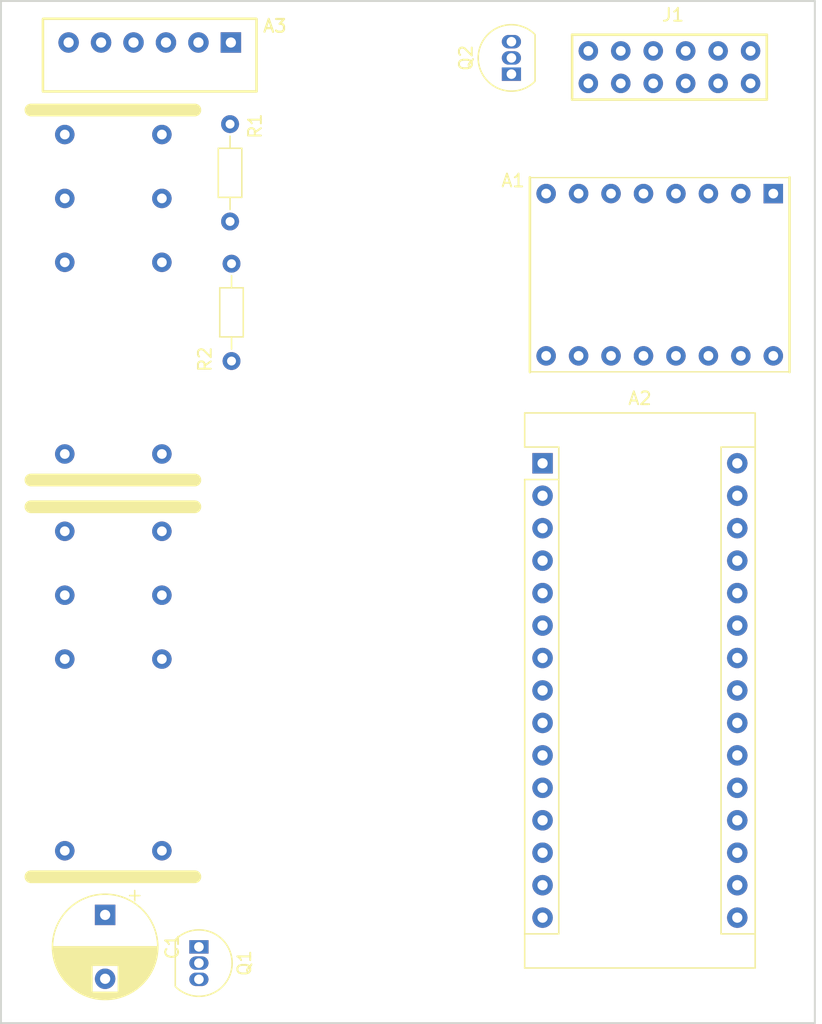
<source format=kicad_pcb>
(kicad_pcb (version 20171130) (host pcbnew 5.0.0+dfsg1-2~bpo9+1)

  (general
    (thickness 1.6)
    (drawings 4)
    (tracks 0)
    (zones 0)
    (modules 11)
    (nets 48)
  )

  (page A4)
  (layers
    (0 F.Cu signal)
    (31 B.Cu signal)
    (32 B.Adhes user)
    (33 F.Adhes user)
    (34 B.Paste user)
    (35 F.Paste user)
    (36 B.SilkS user)
    (37 F.SilkS user)
    (38 B.Mask user)
    (39 F.Mask user)
    (40 Dwgs.User user)
    (41 Cmts.User user)
    (42 Eco1.User user)
    (43 Eco2.User user)
    (44 Edge.Cuts user)
    (45 Margin user)
    (46 B.CrtYd user)
    (47 F.CrtYd user)
    (48 B.Fab user)
    (49 F.Fab user)
  )

  (setup
    (last_trace_width 0.762)
    (user_trace_width 0.254)
    (user_trace_width 0.762)
    (user_trace_width 1.524)
    (trace_clearance 0.2)
    (zone_clearance 0.508)
    (zone_45_only no)
    (trace_min 0.2)
    (segment_width 0.2)
    (edge_width 0.15)
    (via_size 0.8)
    (via_drill 0.4)
    (via_min_size 0.4)
    (via_min_drill 0.3)
    (uvia_size 0.3)
    (uvia_drill 0.1)
    (uvias_allowed no)
    (uvia_min_size 0.2)
    (uvia_min_drill 0.1)
    (pcb_text_width 0.3)
    (pcb_text_size 1.5 1.5)
    (mod_edge_width 0.15)
    (mod_text_size 1 1)
    (mod_text_width 0.15)
    (pad_size 1.524 1.524)
    (pad_drill 0.762)
    (pad_to_mask_clearance 0.2)
    (aux_axis_origin 0 0)
    (visible_elements FFFFFFFF)
    (pcbplotparams
      (layerselection 0x010fc_ffffffff)
      (usegerberextensions false)
      (usegerberattributes false)
      (usegerberadvancedattributes false)
      (creategerberjobfile false)
      (excludeedgelayer true)
      (linewidth 0.100000)
      (plotframeref false)
      (viasonmask false)
      (mode 1)
      (useauxorigin false)
      (hpglpennumber 1)
      (hpglpenspeed 20)
      (hpglpendiameter 15.000000)
      (psnegative false)
      (psa4output false)
      (plotreference true)
      (plotvalue true)
      (plotinvisibletext false)
      (padsonsilk false)
      (subtractmaskfromsilk false)
      (outputformat 1)
      (mirror false)
      (drillshape 1)
      (scaleselection 1)
      (outputdirectory ""))
  )

  (net 0 "")
  (net 1 /GND)
  (net 2 /VCC)
  (net 3 /1B)
  (net 4 /1A)
  (net 5 /2A)
  (net 6 /2B)
  (net 7 /VDD)
  (net 8 "Net-(A1-Pad9)")
  (net 9 /MS1_D4)
  (net 10 /MS2_D3)
  (net 11 /MS3_D5)
  (net 12 /RST_D6)
  (net 13 /STEP_D9)
  (net 14 /DIR_D8)
  (net 15 "Net-(A2-Pad1)")
  (net 16 "Net-(A2-Pad17)")
  (net 17 "Net-(A2-Pad2)")
  (net 18 "Net-(A2-Pad18)")
  (net 19 "Net-(A2-Pad3)")
  (net 20 "Net-(A2-Pad19)")
  (net 21 "Net-(A2-Pad20)")
  (net 22 /ENHC05_D2)
  (net 23 "Net-(A2-Pad21)")
  (net 24 "Net-(A2-Pad22)")
  (net 25 "Net-(A2-Pad23)")
  (net 26 "Net-(A2-Pad24)")
  (net 27 "Net-(A2-Pad25)")
  (net 28 /SHUTTERFLASH_D7)
  (net 29 "Net-(A2-Pad26)")
  (net 30 "Net-(A2-Pad28)")
  (net 31 /TXD_D10)
  (net 32 /RXD_D11)
  (net 33 /SHUTTERCAM_D12)
  (net 34 /ENDSTOP_D13)
  (net 35 "Net-(A3-Pad1)")
  (net 36 /SHUTTERFLASH)
  (net 37 /RTN_FLASH)
  (net 38 /RTN_CAM)
  (net 39 /SHUTTERCAM)
  (net 40 "Net-(K1-Pad4)")
  (net 41 "Net-(K1-Pad3)")
  (net 42 /COLECT_CAM)
  (net 43 /COLECT_FLASH)
  (net 44 "Net-(K2-Pad3)")
  (net 45 "Net-(K2-Pad4)")
  (net 46 "Net-(Q1-Pad2)")
  (net 47 "Net-(Q2-Pad2)")

  (net_class Default "Esta es la clase de red por defecto."
    (clearance 0.2)
    (trace_width 0.25)
    (via_dia 0.8)
    (via_drill 0.4)
    (uvia_dia 0.3)
    (uvia_drill 0.1)
    (add_net /1A)
    (add_net /1B)
    (add_net /2A)
    (add_net /2B)
    (add_net /COLECT_CAM)
    (add_net /COLECT_FLASH)
    (add_net /DIR_D8)
    (add_net /ENDSTOP_D13)
    (add_net /ENHC05_D2)
    (add_net /GND)
    (add_net /MS1_D4)
    (add_net /MS2_D3)
    (add_net /MS3_D5)
    (add_net /RST_D6)
    (add_net /RTN_CAM)
    (add_net /RTN_FLASH)
    (add_net /RXD_D11)
    (add_net /SHUTTERCAM)
    (add_net /SHUTTERCAM_D12)
    (add_net /SHUTTERFLASH)
    (add_net /SHUTTERFLASH_D7)
    (add_net /STEP_D9)
    (add_net /TXD_D10)
    (add_net /VCC)
    (add_net /VDD)
    (add_net "Net-(A1-Pad9)")
    (add_net "Net-(A2-Pad1)")
    (add_net "Net-(A2-Pad17)")
    (add_net "Net-(A2-Pad18)")
    (add_net "Net-(A2-Pad19)")
    (add_net "Net-(A2-Pad2)")
    (add_net "Net-(A2-Pad20)")
    (add_net "Net-(A2-Pad21)")
    (add_net "Net-(A2-Pad22)")
    (add_net "Net-(A2-Pad23)")
    (add_net "Net-(A2-Pad24)")
    (add_net "Net-(A2-Pad25)")
    (add_net "Net-(A2-Pad26)")
    (add_net "Net-(A2-Pad28)")
    (add_net "Net-(A2-Pad3)")
    (add_net "Net-(A3-Pad1)")
    (add_net "Net-(K1-Pad3)")
    (add_net "Net-(K1-Pad4)")
    (add_net "Net-(K2-Pad3)")
    (add_net "Net-(K2-Pad4)")
    (add_net "Net-(Q1-Pad2)")
    (add_net "Net-(Q2-Pad2)")
  )

  (module Drivers:A4988 (layer F.Cu) (tedit 5CCC7C1E) (tstamp 5CF40C9F)
    (at 167.4241 74.3585 180)
    (path /5CE69C62)
    (fp_text reference A1 (at 11.4808 7.366 180) (layer F.SilkS)
      (effects (font (size 1 1) (thickness 0.15)))
    )
    (fp_text value A4988 (at 0 10.16 180) (layer F.Fab)
      (effects (font (size 1 1) (thickness 0.15)))
    )
    (fp_line (start 10.15 7.6) (end 10.15 -7.6) (layer F.Fab) (width 0.1016))
    (fp_line (start -10.15 7.6) (end -10.15 -7.6) (layer F.Fab) (width 0.1016))
    (fp_line (start 10.15 -7.6) (end -10.15 -7.6) (layer F.SilkS) (width 0.1016))
    (fp_line (start 10.15 7.6) (end -10.15 7.6) (layer F.SilkS) (width 0.1016))
    (fp_line (start -10.16 7.62) (end -10.16 -7.62) (layer F.SilkS) (width 0.2032))
    (fp_line (start 10.16 7.62) (end 10.16 -7.62) (layer F.SilkS) (width 0.2032))
    (pad 1 thru_hole rect (at -8.89 6.35 180) (size 1.524 1.524) (drill oval 0.762) (layers *.Cu *.Mask)
      (net 1 /GND))
    (pad 2 thru_hole circle (at -6.35 6.35 180) (size 1.524 1.524) (drill 0.762) (layers *.Cu *.Mask)
      (net 2 /VCC))
    (pad 3 thru_hole circle (at -3.81 6.35 180) (size 1.524 1.524) (drill 0.762) (layers *.Cu *.Mask)
      (net 3 /1B))
    (pad 4 thru_hole circle (at -1.27 6.35 180) (size 1.524 1.524) (drill 0.762) (layers *.Cu *.Mask)
      (net 4 /1A))
    (pad 5 thru_hole circle (at 1.27 6.35 180) (size 1.524 1.524) (drill 0.762) (layers *.Cu *.Mask)
      (net 5 /2A))
    (pad 6 thru_hole circle (at 3.81 6.35 180) (size 1.524 1.524) (drill 0.762) (layers *.Cu *.Mask)
      (net 6 /2B))
    (pad 7 thru_hole circle (at 6.35 6.35 180) (size 1.524 1.524) (drill 0.762) (layers *.Cu *.Mask)
      (net 1 /GND))
    (pad 8 thru_hole circle (at 8.89 6.35 180) (size 1.524 1.524) (drill 0.762) (layers *.Cu *.Mask)
      (net 7 /VDD))
    (pad 9 thru_hole circle (at 8.89 -6.35 180) (size 1.524 1.524) (drill 0.762) (layers *.Cu *.Mask)
      (net 8 "Net-(A1-Pad9)"))
    (pad 10 thru_hole circle (at 6.35 -6.35 180) (size 1.524 1.524) (drill 0.762) (layers *.Cu *.Mask)
      (net 9 /MS1_D4))
    (pad 11 thru_hole circle (at 3.81 -6.35 180) (size 1.524 1.524) (drill 0.762) (layers *.Cu *.Mask)
      (net 10 /MS2_D3))
    (pad 12 thru_hole circle (at 1.27 -6.35 180) (size 1.524 1.524) (drill 0.762) (layers *.Cu *.Mask)
      (net 11 /MS3_D5))
    (pad 13 thru_hole circle (at -1.27 -6.35 180) (size 1.524 1.524) (drill 0.762) (layers *.Cu *.Mask)
      (net 12 /RST_D6))
    (pad 14 thru_hole circle (at -3.81 -6.35 180) (size 1.524 1.524) (drill 0.762) (layers *.Cu *.Mask)
      (net 12 /RST_D6))
    (pad 15 thru_hole circle (at -6.35 -6.35 180) (size 1.524 1.524) (drill 0.762) (layers *.Cu *.Mask)
      (net 13 /STEP_D9))
    (pad 16 thru_hole circle (at -8.89 -6.35 180) (size 1.524 1.524) (drill 0.762) (layers *.Cu *.Mask)
      (net 14 /DIR_D8))
  )

  (module Module:Arduino_Nano (layer F.Cu) (tedit 58ACAF70) (tstamp 5CF40CDC)
    (at 158.2547 89.1159)
    (descr "Arduino Nano, http://www.mouser.com/pdfdocs/Gravitech_Arduino_Nano3_0.pdf")
    (tags "Arduino Nano")
    (path /5CE6A2C6)
    (fp_text reference A2 (at 7.62 -5.08) (layer F.SilkS)
      (effects (font (size 1 1) (thickness 0.15)))
    )
    (fp_text value Arduino_Nano_v3.x (at 8.89 19.05 90) (layer F.Fab)
      (effects (font (size 1 1) (thickness 0.15)))
    )
    (fp_text user %R (at 6.35 19.05 90) (layer F.Fab)
      (effects (font (size 1 1) (thickness 0.15)))
    )
    (fp_line (start 1.27 1.27) (end 1.27 -1.27) (layer F.SilkS) (width 0.12))
    (fp_line (start 1.27 -1.27) (end -1.4 -1.27) (layer F.SilkS) (width 0.12))
    (fp_line (start -1.4 1.27) (end -1.4 39.5) (layer F.SilkS) (width 0.12))
    (fp_line (start -1.4 -3.94) (end -1.4 -1.27) (layer F.SilkS) (width 0.12))
    (fp_line (start 13.97 -1.27) (end 16.64 -1.27) (layer F.SilkS) (width 0.12))
    (fp_line (start 13.97 -1.27) (end 13.97 36.83) (layer F.SilkS) (width 0.12))
    (fp_line (start 13.97 36.83) (end 16.64 36.83) (layer F.SilkS) (width 0.12))
    (fp_line (start 1.27 1.27) (end -1.4 1.27) (layer F.SilkS) (width 0.12))
    (fp_line (start 1.27 1.27) (end 1.27 36.83) (layer F.SilkS) (width 0.12))
    (fp_line (start 1.27 36.83) (end -1.4 36.83) (layer F.SilkS) (width 0.12))
    (fp_line (start 3.81 31.75) (end 11.43 31.75) (layer F.Fab) (width 0.1))
    (fp_line (start 11.43 31.75) (end 11.43 41.91) (layer F.Fab) (width 0.1))
    (fp_line (start 11.43 41.91) (end 3.81 41.91) (layer F.Fab) (width 0.1))
    (fp_line (start 3.81 41.91) (end 3.81 31.75) (layer F.Fab) (width 0.1))
    (fp_line (start -1.4 39.5) (end 16.64 39.5) (layer F.SilkS) (width 0.12))
    (fp_line (start 16.64 39.5) (end 16.64 -3.94) (layer F.SilkS) (width 0.12))
    (fp_line (start 16.64 -3.94) (end -1.4 -3.94) (layer F.SilkS) (width 0.12))
    (fp_line (start 16.51 39.37) (end -1.27 39.37) (layer F.Fab) (width 0.1))
    (fp_line (start -1.27 39.37) (end -1.27 -2.54) (layer F.Fab) (width 0.1))
    (fp_line (start -1.27 -2.54) (end 0 -3.81) (layer F.Fab) (width 0.1))
    (fp_line (start 0 -3.81) (end 16.51 -3.81) (layer F.Fab) (width 0.1))
    (fp_line (start 16.51 -3.81) (end 16.51 39.37) (layer F.Fab) (width 0.1))
    (fp_line (start -1.53 -4.06) (end 16.75 -4.06) (layer F.CrtYd) (width 0.05))
    (fp_line (start -1.53 -4.06) (end -1.53 42.16) (layer F.CrtYd) (width 0.05))
    (fp_line (start 16.75 42.16) (end 16.75 -4.06) (layer F.CrtYd) (width 0.05))
    (fp_line (start 16.75 42.16) (end -1.53 42.16) (layer F.CrtYd) (width 0.05))
    (pad 1 thru_hole rect (at 0 0) (size 1.6 1.6) (drill 0.8) (layers *.Cu *.Mask)
      (net 15 "Net-(A2-Pad1)"))
    (pad 17 thru_hole oval (at 15.24 33.02) (size 1.6 1.6) (drill 0.8) (layers *.Cu *.Mask)
      (net 16 "Net-(A2-Pad17)"))
    (pad 2 thru_hole oval (at 0 2.54) (size 1.6 1.6) (drill 0.8) (layers *.Cu *.Mask)
      (net 17 "Net-(A2-Pad2)"))
    (pad 18 thru_hole oval (at 15.24 30.48) (size 1.6 1.6) (drill 0.8) (layers *.Cu *.Mask)
      (net 18 "Net-(A2-Pad18)"))
    (pad 3 thru_hole oval (at 0 5.08) (size 1.6 1.6) (drill 0.8) (layers *.Cu *.Mask)
      (net 19 "Net-(A2-Pad3)"))
    (pad 19 thru_hole oval (at 15.24 27.94) (size 1.6 1.6) (drill 0.8) (layers *.Cu *.Mask)
      (net 20 "Net-(A2-Pad19)"))
    (pad 4 thru_hole oval (at 0 7.62) (size 1.6 1.6) (drill 0.8) (layers *.Cu *.Mask)
      (net 1 /GND))
    (pad 20 thru_hole oval (at 15.24 25.4) (size 1.6 1.6) (drill 0.8) (layers *.Cu *.Mask)
      (net 21 "Net-(A2-Pad20)"))
    (pad 5 thru_hole oval (at 0 10.16) (size 1.6 1.6) (drill 0.8) (layers *.Cu *.Mask)
      (net 22 /ENHC05_D2))
    (pad 21 thru_hole oval (at 15.24 22.86) (size 1.6 1.6) (drill 0.8) (layers *.Cu *.Mask)
      (net 23 "Net-(A2-Pad21)"))
    (pad 6 thru_hole oval (at 0 12.7) (size 1.6 1.6) (drill 0.8) (layers *.Cu *.Mask)
      (net 10 /MS2_D3))
    (pad 22 thru_hole oval (at 15.24 20.32) (size 1.6 1.6) (drill 0.8) (layers *.Cu *.Mask)
      (net 24 "Net-(A2-Pad22)"))
    (pad 7 thru_hole oval (at 0 15.24) (size 1.6 1.6) (drill 0.8) (layers *.Cu *.Mask)
      (net 9 /MS1_D4))
    (pad 23 thru_hole oval (at 15.24 17.78) (size 1.6 1.6) (drill 0.8) (layers *.Cu *.Mask)
      (net 25 "Net-(A2-Pad23)"))
    (pad 8 thru_hole oval (at 0 17.78) (size 1.6 1.6) (drill 0.8) (layers *.Cu *.Mask)
      (net 11 /MS3_D5))
    (pad 24 thru_hole oval (at 15.24 15.24) (size 1.6 1.6) (drill 0.8) (layers *.Cu *.Mask)
      (net 26 "Net-(A2-Pad24)"))
    (pad 9 thru_hole oval (at 0 20.32) (size 1.6 1.6) (drill 0.8) (layers *.Cu *.Mask)
      (net 12 /RST_D6))
    (pad 25 thru_hole oval (at 15.24 12.7) (size 1.6 1.6) (drill 0.8) (layers *.Cu *.Mask)
      (net 27 "Net-(A2-Pad25)"))
    (pad 10 thru_hole oval (at 0 22.86) (size 1.6 1.6) (drill 0.8) (layers *.Cu *.Mask)
      (net 28 /SHUTTERFLASH_D7))
    (pad 26 thru_hole oval (at 15.24 10.16) (size 1.6 1.6) (drill 0.8) (layers *.Cu *.Mask)
      (net 29 "Net-(A2-Pad26)"))
    (pad 11 thru_hole oval (at 0 25.4) (size 1.6 1.6) (drill 0.8) (layers *.Cu *.Mask)
      (net 14 /DIR_D8))
    (pad 27 thru_hole oval (at 15.24 7.62) (size 1.6 1.6) (drill 0.8) (layers *.Cu *.Mask)
      (net 2 /VCC))
    (pad 12 thru_hole oval (at 0 27.94) (size 1.6 1.6) (drill 0.8) (layers *.Cu *.Mask)
      (net 13 /STEP_D9))
    (pad 28 thru_hole oval (at 15.24 5.08) (size 1.6 1.6) (drill 0.8) (layers *.Cu *.Mask)
      (net 30 "Net-(A2-Pad28)"))
    (pad 13 thru_hole oval (at 0 30.48) (size 1.6 1.6) (drill 0.8) (layers *.Cu *.Mask)
      (net 31 /TXD_D10))
    (pad 29 thru_hole oval (at 15.24 2.54) (size 1.6 1.6) (drill 0.8) (layers *.Cu *.Mask)
      (net 1 /GND))
    (pad 14 thru_hole oval (at 0 33.02) (size 1.6 1.6) (drill 0.8) (layers *.Cu *.Mask)
      (net 32 /RXD_D11))
    (pad 30 thru_hole oval (at 15.24 0) (size 1.6 1.6) (drill 0.8) (layers *.Cu *.Mask)
      (net 7 /VDD))
    (pad 15 thru_hole oval (at 0 35.56) (size 1.6 1.6) (drill 0.8) (layers *.Cu *.Mask)
      (net 33 /SHUTTERCAM_D12))
    (pad 16 thru_hole oval (at 15.24 35.56) (size 1.6 1.6) (drill 0.8) (layers *.Cu *.Mask)
      (net 34 /ENDSTOP_D13))
    (model ${KISYS3DMOD}/Module.3dshapes/Arduino_Nano_WithMountingHoles.wrl
      (at (xyz 0 0 0))
      (scale (xyz 1 1 1))
      (rotate (xyz 0 0 0))
    )
  )

  (module Bluetooth:HC-05 (layer F.Cu) (tedit 5CE7B153) (tstamp 5CF40CEE)
    (at 127.508 57.5564 180)
    (tags Bluetooth)
    (path /5CE69D65)
    (fp_text reference A3 (at -9.7917 2.667 180) (layer F.SilkS)
      (effects (font (size 1 1) (thickness 0.17)))
    )
    (fp_text value HC-05 (at -9.3853 -1.2319 270) (layer F.Fab)
      (effects (font (size 1 1) (thickness 0.17)))
    )
    (fp_line (start -8 2.871) (end 8 2.871) (layer F.Fab) (width 0.12))
    (fp_line (start 8 -2.129) (end 8 2.871) (layer F.Fab) (width 0.12))
    (fp_line (start -8 -2.129) (end -8 2.871) (layer F.Fab) (width 0.12))
    (fp_line (start -8 -2.129) (end 8 -2.129) (layer F.Fab) (width 0.12))
    (fp_line (start -8.33 -2.459) (end 8.33 -2.459) (layer F.SilkS) (width 0.2))
    (fp_line (start -8.36 -2.459) (end -8.36 3.201) (layer F.SilkS) (width 0.2))
    (fp_line (start 8.36 -2.459) (end 8.36 3.201) (layer F.SilkS) (width 0.2))
    (fp_line (start -8.33 3.231) (end 8.33 3.231) (layer F.SilkS) (width 0.2))
    (pad 1 thru_hole rect (at -6.35 1.371 180) (size 1.6 1.6) (drill 0.8) (layers *.Cu *.Mask)
      (net 35 "Net-(A3-Pad1)"))
    (pad 2 thru_hole oval (at -3.81 1.371 180) (size 1.6 1.6) (drill 0.8) (layers *.Cu *.Mask)
      (net 32 /RXD_D11))
    (pad 3 thru_hole oval (at -1.27 1.371 180) (size 1.6 1.6) (drill 0.8) (layers *.Cu *.Mask)
      (net 31 /TXD_D10))
    (pad 4 thru_hole oval (at 1.27 1.371 180) (size 1.6 1.6) (drill 0.8) (layers *.Cu *.Mask)
      (net 1 /GND))
    (pad 5 thru_hole oval (at 3.81 1.371 180) (size 1.6 1.6) (drill 0.8) (layers *.Cu *.Mask)
      (net 2 /VCC))
    (pad 6 thru_hole oval (at 6.35 1.371 180) (size 1.6 1.6) (drill 0.8) (layers *.Cu *.Mask)
      (net 22 /ENHC05_D2))
  )

  (module Capacitor_THT:CP_Radial_D8.0mm_P5.00mm (layer F.Cu) (tedit 5AE50EF0) (tstamp 5CF40D97)
    (at 124.0155 124.46 270)
    (descr "CP, Radial series, Radial, pin pitch=5.00mm, , diameter=8mm, Electrolytic Capacitor")
    (tags "CP Radial series Radial pin pitch 5.00mm  diameter 8mm Electrolytic Capacitor")
    (path /5CE6C5B5)
    (fp_text reference C1 (at 2.5 -5.25 270) (layer F.SilkS)
      (effects (font (size 1 1) (thickness 0.15)))
    )
    (fp_text value C (at 2.5 5.25 270) (layer F.Fab)
      (effects (font (size 1 1) (thickness 0.15)))
    )
    (fp_circle (center 2.5 0) (end 6.5 0) (layer F.Fab) (width 0.1))
    (fp_circle (center 2.5 0) (end 6.62 0) (layer F.SilkS) (width 0.12))
    (fp_circle (center 2.5 0) (end 6.75 0) (layer F.CrtYd) (width 0.05))
    (fp_line (start -0.926759 -1.7475) (end -0.126759 -1.7475) (layer F.Fab) (width 0.1))
    (fp_line (start -0.526759 -2.1475) (end -0.526759 -1.3475) (layer F.Fab) (width 0.1))
    (fp_line (start 2.5 -4.08) (end 2.5 4.08) (layer F.SilkS) (width 0.12))
    (fp_line (start 2.54 -4.08) (end 2.54 4.08) (layer F.SilkS) (width 0.12))
    (fp_line (start 2.58 -4.08) (end 2.58 4.08) (layer F.SilkS) (width 0.12))
    (fp_line (start 2.62 -4.079) (end 2.62 4.079) (layer F.SilkS) (width 0.12))
    (fp_line (start 2.66 -4.077) (end 2.66 4.077) (layer F.SilkS) (width 0.12))
    (fp_line (start 2.7 -4.076) (end 2.7 4.076) (layer F.SilkS) (width 0.12))
    (fp_line (start 2.74 -4.074) (end 2.74 4.074) (layer F.SilkS) (width 0.12))
    (fp_line (start 2.78 -4.071) (end 2.78 4.071) (layer F.SilkS) (width 0.12))
    (fp_line (start 2.82 -4.068) (end 2.82 4.068) (layer F.SilkS) (width 0.12))
    (fp_line (start 2.86 -4.065) (end 2.86 4.065) (layer F.SilkS) (width 0.12))
    (fp_line (start 2.9 -4.061) (end 2.9 4.061) (layer F.SilkS) (width 0.12))
    (fp_line (start 2.94 -4.057) (end 2.94 4.057) (layer F.SilkS) (width 0.12))
    (fp_line (start 2.98 -4.052) (end 2.98 4.052) (layer F.SilkS) (width 0.12))
    (fp_line (start 3.02 -4.048) (end 3.02 4.048) (layer F.SilkS) (width 0.12))
    (fp_line (start 3.06 -4.042) (end 3.06 4.042) (layer F.SilkS) (width 0.12))
    (fp_line (start 3.1 -4.037) (end 3.1 4.037) (layer F.SilkS) (width 0.12))
    (fp_line (start 3.14 -4.03) (end 3.14 4.03) (layer F.SilkS) (width 0.12))
    (fp_line (start 3.18 -4.024) (end 3.18 4.024) (layer F.SilkS) (width 0.12))
    (fp_line (start 3.221 -4.017) (end 3.221 4.017) (layer F.SilkS) (width 0.12))
    (fp_line (start 3.261 -4.01) (end 3.261 4.01) (layer F.SilkS) (width 0.12))
    (fp_line (start 3.301 -4.002) (end 3.301 4.002) (layer F.SilkS) (width 0.12))
    (fp_line (start 3.341 -3.994) (end 3.341 3.994) (layer F.SilkS) (width 0.12))
    (fp_line (start 3.381 -3.985) (end 3.381 3.985) (layer F.SilkS) (width 0.12))
    (fp_line (start 3.421 -3.976) (end 3.421 3.976) (layer F.SilkS) (width 0.12))
    (fp_line (start 3.461 -3.967) (end 3.461 3.967) (layer F.SilkS) (width 0.12))
    (fp_line (start 3.501 -3.957) (end 3.501 3.957) (layer F.SilkS) (width 0.12))
    (fp_line (start 3.541 -3.947) (end 3.541 3.947) (layer F.SilkS) (width 0.12))
    (fp_line (start 3.581 -3.936) (end 3.581 3.936) (layer F.SilkS) (width 0.12))
    (fp_line (start 3.621 -3.925) (end 3.621 3.925) (layer F.SilkS) (width 0.12))
    (fp_line (start 3.661 -3.914) (end 3.661 3.914) (layer F.SilkS) (width 0.12))
    (fp_line (start 3.701 -3.902) (end 3.701 3.902) (layer F.SilkS) (width 0.12))
    (fp_line (start 3.741 -3.889) (end 3.741 3.889) (layer F.SilkS) (width 0.12))
    (fp_line (start 3.781 -3.877) (end 3.781 3.877) (layer F.SilkS) (width 0.12))
    (fp_line (start 3.821 -3.863) (end 3.821 3.863) (layer F.SilkS) (width 0.12))
    (fp_line (start 3.861 -3.85) (end 3.861 3.85) (layer F.SilkS) (width 0.12))
    (fp_line (start 3.901 -3.835) (end 3.901 3.835) (layer F.SilkS) (width 0.12))
    (fp_line (start 3.941 -3.821) (end 3.941 3.821) (layer F.SilkS) (width 0.12))
    (fp_line (start 3.981 -3.805) (end 3.981 -1.04) (layer F.SilkS) (width 0.12))
    (fp_line (start 3.981 1.04) (end 3.981 3.805) (layer F.SilkS) (width 0.12))
    (fp_line (start 4.021 -3.79) (end 4.021 -1.04) (layer F.SilkS) (width 0.12))
    (fp_line (start 4.021 1.04) (end 4.021 3.79) (layer F.SilkS) (width 0.12))
    (fp_line (start 4.061 -3.774) (end 4.061 -1.04) (layer F.SilkS) (width 0.12))
    (fp_line (start 4.061 1.04) (end 4.061 3.774) (layer F.SilkS) (width 0.12))
    (fp_line (start 4.101 -3.757) (end 4.101 -1.04) (layer F.SilkS) (width 0.12))
    (fp_line (start 4.101 1.04) (end 4.101 3.757) (layer F.SilkS) (width 0.12))
    (fp_line (start 4.141 -3.74) (end 4.141 -1.04) (layer F.SilkS) (width 0.12))
    (fp_line (start 4.141 1.04) (end 4.141 3.74) (layer F.SilkS) (width 0.12))
    (fp_line (start 4.181 -3.722) (end 4.181 -1.04) (layer F.SilkS) (width 0.12))
    (fp_line (start 4.181 1.04) (end 4.181 3.722) (layer F.SilkS) (width 0.12))
    (fp_line (start 4.221 -3.704) (end 4.221 -1.04) (layer F.SilkS) (width 0.12))
    (fp_line (start 4.221 1.04) (end 4.221 3.704) (layer F.SilkS) (width 0.12))
    (fp_line (start 4.261 -3.686) (end 4.261 -1.04) (layer F.SilkS) (width 0.12))
    (fp_line (start 4.261 1.04) (end 4.261 3.686) (layer F.SilkS) (width 0.12))
    (fp_line (start 4.301 -3.666) (end 4.301 -1.04) (layer F.SilkS) (width 0.12))
    (fp_line (start 4.301 1.04) (end 4.301 3.666) (layer F.SilkS) (width 0.12))
    (fp_line (start 4.341 -3.647) (end 4.341 -1.04) (layer F.SilkS) (width 0.12))
    (fp_line (start 4.341 1.04) (end 4.341 3.647) (layer F.SilkS) (width 0.12))
    (fp_line (start 4.381 -3.627) (end 4.381 -1.04) (layer F.SilkS) (width 0.12))
    (fp_line (start 4.381 1.04) (end 4.381 3.627) (layer F.SilkS) (width 0.12))
    (fp_line (start 4.421 -3.606) (end 4.421 -1.04) (layer F.SilkS) (width 0.12))
    (fp_line (start 4.421 1.04) (end 4.421 3.606) (layer F.SilkS) (width 0.12))
    (fp_line (start 4.461 -3.584) (end 4.461 -1.04) (layer F.SilkS) (width 0.12))
    (fp_line (start 4.461 1.04) (end 4.461 3.584) (layer F.SilkS) (width 0.12))
    (fp_line (start 4.501 -3.562) (end 4.501 -1.04) (layer F.SilkS) (width 0.12))
    (fp_line (start 4.501 1.04) (end 4.501 3.562) (layer F.SilkS) (width 0.12))
    (fp_line (start 4.541 -3.54) (end 4.541 -1.04) (layer F.SilkS) (width 0.12))
    (fp_line (start 4.541 1.04) (end 4.541 3.54) (layer F.SilkS) (width 0.12))
    (fp_line (start 4.581 -3.517) (end 4.581 -1.04) (layer F.SilkS) (width 0.12))
    (fp_line (start 4.581 1.04) (end 4.581 3.517) (layer F.SilkS) (width 0.12))
    (fp_line (start 4.621 -3.493) (end 4.621 -1.04) (layer F.SilkS) (width 0.12))
    (fp_line (start 4.621 1.04) (end 4.621 3.493) (layer F.SilkS) (width 0.12))
    (fp_line (start 4.661 -3.469) (end 4.661 -1.04) (layer F.SilkS) (width 0.12))
    (fp_line (start 4.661 1.04) (end 4.661 3.469) (layer F.SilkS) (width 0.12))
    (fp_line (start 4.701 -3.444) (end 4.701 -1.04) (layer F.SilkS) (width 0.12))
    (fp_line (start 4.701 1.04) (end 4.701 3.444) (layer F.SilkS) (width 0.12))
    (fp_line (start 4.741 -3.418) (end 4.741 -1.04) (layer F.SilkS) (width 0.12))
    (fp_line (start 4.741 1.04) (end 4.741 3.418) (layer F.SilkS) (width 0.12))
    (fp_line (start 4.781 -3.392) (end 4.781 -1.04) (layer F.SilkS) (width 0.12))
    (fp_line (start 4.781 1.04) (end 4.781 3.392) (layer F.SilkS) (width 0.12))
    (fp_line (start 4.821 -3.365) (end 4.821 -1.04) (layer F.SilkS) (width 0.12))
    (fp_line (start 4.821 1.04) (end 4.821 3.365) (layer F.SilkS) (width 0.12))
    (fp_line (start 4.861 -3.338) (end 4.861 -1.04) (layer F.SilkS) (width 0.12))
    (fp_line (start 4.861 1.04) (end 4.861 3.338) (layer F.SilkS) (width 0.12))
    (fp_line (start 4.901 -3.309) (end 4.901 -1.04) (layer F.SilkS) (width 0.12))
    (fp_line (start 4.901 1.04) (end 4.901 3.309) (layer F.SilkS) (width 0.12))
    (fp_line (start 4.941 -3.28) (end 4.941 -1.04) (layer F.SilkS) (width 0.12))
    (fp_line (start 4.941 1.04) (end 4.941 3.28) (layer F.SilkS) (width 0.12))
    (fp_line (start 4.981 -3.25) (end 4.981 -1.04) (layer F.SilkS) (width 0.12))
    (fp_line (start 4.981 1.04) (end 4.981 3.25) (layer F.SilkS) (width 0.12))
    (fp_line (start 5.021 -3.22) (end 5.021 -1.04) (layer F.SilkS) (width 0.12))
    (fp_line (start 5.021 1.04) (end 5.021 3.22) (layer F.SilkS) (width 0.12))
    (fp_line (start 5.061 -3.189) (end 5.061 -1.04) (layer F.SilkS) (width 0.12))
    (fp_line (start 5.061 1.04) (end 5.061 3.189) (layer F.SilkS) (width 0.12))
    (fp_line (start 5.101 -3.156) (end 5.101 -1.04) (layer F.SilkS) (width 0.12))
    (fp_line (start 5.101 1.04) (end 5.101 3.156) (layer F.SilkS) (width 0.12))
    (fp_line (start 5.141 -3.124) (end 5.141 -1.04) (layer F.SilkS) (width 0.12))
    (fp_line (start 5.141 1.04) (end 5.141 3.124) (layer F.SilkS) (width 0.12))
    (fp_line (start 5.181 -3.09) (end 5.181 -1.04) (layer F.SilkS) (width 0.12))
    (fp_line (start 5.181 1.04) (end 5.181 3.09) (layer F.SilkS) (width 0.12))
    (fp_line (start 5.221 -3.055) (end 5.221 -1.04) (layer F.SilkS) (width 0.12))
    (fp_line (start 5.221 1.04) (end 5.221 3.055) (layer F.SilkS) (width 0.12))
    (fp_line (start 5.261 -3.019) (end 5.261 -1.04) (layer F.SilkS) (width 0.12))
    (fp_line (start 5.261 1.04) (end 5.261 3.019) (layer F.SilkS) (width 0.12))
    (fp_line (start 5.301 -2.983) (end 5.301 -1.04) (layer F.SilkS) (width 0.12))
    (fp_line (start 5.301 1.04) (end 5.301 2.983) (layer F.SilkS) (width 0.12))
    (fp_line (start 5.341 -2.945) (end 5.341 -1.04) (layer F.SilkS) (width 0.12))
    (fp_line (start 5.341 1.04) (end 5.341 2.945) (layer F.SilkS) (width 0.12))
    (fp_line (start 5.381 -2.907) (end 5.381 -1.04) (layer F.SilkS) (width 0.12))
    (fp_line (start 5.381 1.04) (end 5.381 2.907) (layer F.SilkS) (width 0.12))
    (fp_line (start 5.421 -2.867) (end 5.421 -1.04) (layer F.SilkS) (width 0.12))
    (fp_line (start 5.421 1.04) (end 5.421 2.867) (layer F.SilkS) (width 0.12))
    (fp_line (start 5.461 -2.826) (end 5.461 -1.04) (layer F.SilkS) (width 0.12))
    (fp_line (start 5.461 1.04) (end 5.461 2.826) (layer F.SilkS) (width 0.12))
    (fp_line (start 5.501 -2.784) (end 5.501 -1.04) (layer F.SilkS) (width 0.12))
    (fp_line (start 5.501 1.04) (end 5.501 2.784) (layer F.SilkS) (width 0.12))
    (fp_line (start 5.541 -2.741) (end 5.541 -1.04) (layer F.SilkS) (width 0.12))
    (fp_line (start 5.541 1.04) (end 5.541 2.741) (layer F.SilkS) (width 0.12))
    (fp_line (start 5.581 -2.697) (end 5.581 -1.04) (layer F.SilkS) (width 0.12))
    (fp_line (start 5.581 1.04) (end 5.581 2.697) (layer F.SilkS) (width 0.12))
    (fp_line (start 5.621 -2.651) (end 5.621 -1.04) (layer F.SilkS) (width 0.12))
    (fp_line (start 5.621 1.04) (end 5.621 2.651) (layer F.SilkS) (width 0.12))
    (fp_line (start 5.661 -2.604) (end 5.661 -1.04) (layer F.SilkS) (width 0.12))
    (fp_line (start 5.661 1.04) (end 5.661 2.604) (layer F.SilkS) (width 0.12))
    (fp_line (start 5.701 -2.556) (end 5.701 -1.04) (layer F.SilkS) (width 0.12))
    (fp_line (start 5.701 1.04) (end 5.701 2.556) (layer F.SilkS) (width 0.12))
    (fp_line (start 5.741 -2.505) (end 5.741 -1.04) (layer F.SilkS) (width 0.12))
    (fp_line (start 5.741 1.04) (end 5.741 2.505) (layer F.SilkS) (width 0.12))
    (fp_line (start 5.781 -2.454) (end 5.781 -1.04) (layer F.SilkS) (width 0.12))
    (fp_line (start 5.781 1.04) (end 5.781 2.454) (layer F.SilkS) (width 0.12))
    (fp_line (start 5.821 -2.4) (end 5.821 -1.04) (layer F.SilkS) (width 0.12))
    (fp_line (start 5.821 1.04) (end 5.821 2.4) (layer F.SilkS) (width 0.12))
    (fp_line (start 5.861 -2.345) (end 5.861 -1.04) (layer F.SilkS) (width 0.12))
    (fp_line (start 5.861 1.04) (end 5.861 2.345) (layer F.SilkS) (width 0.12))
    (fp_line (start 5.901 -2.287) (end 5.901 -1.04) (layer F.SilkS) (width 0.12))
    (fp_line (start 5.901 1.04) (end 5.901 2.287) (layer F.SilkS) (width 0.12))
    (fp_line (start 5.941 -2.228) (end 5.941 -1.04) (layer F.SilkS) (width 0.12))
    (fp_line (start 5.941 1.04) (end 5.941 2.228) (layer F.SilkS) (width 0.12))
    (fp_line (start 5.981 -2.166) (end 5.981 -1.04) (layer F.SilkS) (width 0.12))
    (fp_line (start 5.981 1.04) (end 5.981 2.166) (layer F.SilkS) (width 0.12))
    (fp_line (start 6.021 -2.102) (end 6.021 -1.04) (layer F.SilkS) (width 0.12))
    (fp_line (start 6.021 1.04) (end 6.021 2.102) (layer F.SilkS) (width 0.12))
    (fp_line (start 6.061 -2.034) (end 6.061 2.034) (layer F.SilkS) (width 0.12))
    (fp_line (start 6.101 -1.964) (end 6.101 1.964) (layer F.SilkS) (width 0.12))
    (fp_line (start 6.141 -1.89) (end 6.141 1.89) (layer F.SilkS) (width 0.12))
    (fp_line (start 6.181 -1.813) (end 6.181 1.813) (layer F.SilkS) (width 0.12))
    (fp_line (start 6.221 -1.731) (end 6.221 1.731) (layer F.SilkS) (width 0.12))
    (fp_line (start 6.261 -1.645) (end 6.261 1.645) (layer F.SilkS) (width 0.12))
    (fp_line (start 6.301 -1.552) (end 6.301 1.552) (layer F.SilkS) (width 0.12))
    (fp_line (start 6.341 -1.453) (end 6.341 1.453) (layer F.SilkS) (width 0.12))
    (fp_line (start 6.381 -1.346) (end 6.381 1.346) (layer F.SilkS) (width 0.12))
    (fp_line (start 6.421 -1.229) (end 6.421 1.229) (layer F.SilkS) (width 0.12))
    (fp_line (start 6.461 -1.098) (end 6.461 1.098) (layer F.SilkS) (width 0.12))
    (fp_line (start 6.501 -0.948) (end 6.501 0.948) (layer F.SilkS) (width 0.12))
    (fp_line (start 6.541 -0.768) (end 6.541 0.768) (layer F.SilkS) (width 0.12))
    (fp_line (start 6.581 -0.533) (end 6.581 0.533) (layer F.SilkS) (width 0.12))
    (fp_line (start -1.909698 -2.315) (end -1.109698 -2.315) (layer F.SilkS) (width 0.12))
    (fp_line (start -1.509698 -2.715) (end -1.509698 -1.915) (layer F.SilkS) (width 0.12))
    (fp_text user %R (at 2.5 0 270) (layer F.Fab)
      (effects (font (size 1 1) (thickness 0.15)))
    )
    (pad 1 thru_hole rect (at 0 0 270) (size 1.6 1.6) (drill 0.8) (layers *.Cu *.Mask)
      (net 7 /VDD))
    (pad 2 thru_hole circle (at 5 0 270) (size 1.6 1.6) (drill 0.8) (layers *.Cu *.Mask)
      (net 1 /GND))
    (model ${KISYS3DMOD}/Capacitor_THT.3dshapes/CP_Radial_D8.0mm_P5.00mm.wrl
      (at (xyz 0 0 0))
      (scale (xyz 1 1 1))
      (rotate (xyz 0 0 0))
    )
  )

  (module "Conectores:2x16 2.54" (layer F.Cu) (tedit 5CCC9659) (tstamp 5CF40DAF)
    (at 168.1861 58.1152 180)
    (path /5CE69F2E)
    (fp_text reference J1 (at -0.2794 4.0894 180) (layer F.SilkS)
      (effects (font (size 1 1) (thickness 0.15)))
    )
    (fp_text value Conn_02x06_Counter_Clockwise (at 0 -4.826 180) (layer F.Fab)
      (effects (font (size 1 1) (thickness 0.15)))
    )
    (fp_line (start -7.62 -2.54) (end 7.62 -2.54) (layer F.SilkS) (width 0.2))
    (fp_line (start 7.62 -2.54) (end 7.62 2.54) (layer F.SilkS) (width 0.2))
    (fp_line (start 7.62 2.54) (end -7.62 2.54) (layer F.SilkS) (width 0.2))
    (fp_line (start -7.62 2.54) (end -7.62 -2.54) (layer F.SilkS) (width 0.2))
    (fp_line (start -8.128 -3.048) (end 8.128 -3.048) (layer F.Fab) (width 0.2))
    (fp_line (start 8.128 -3.048) (end 8.128 3.048) (layer F.Fab) (width 0.2))
    (fp_line (start 8.128 3.048) (end -8.128 3.048) (layer F.Fab) (width 0.2))
    (fp_line (start -8.128 3.048) (end -8.128 -3.048) (layer F.Fab) (width 0.2))
    (pad 1 thru_hole circle (at -6.35 -1.27 180) (size 1.524 1.524) (drill 0.762) (layers *.Cu *.Mask)
      (net 4 /1A))
    (pad 2 thru_hole circle (at -3.81 -1.27 180) (size 1.524 1.524) (drill 0.762) (layers *.Cu *.Mask)
      (net 3 /1B))
    (pad 3 thru_hole circle (at -1.27 -1.27 180) (size 1.524 1.524) (drill 0.762) (layers *.Cu *.Mask)
      (net 5 /2A))
    (pad 4 thru_hole circle (at 1.27 -1.27 180) (size 1.524 1.524) (drill 0.762) (layers *.Cu *.Mask)
      (net 6 /2B))
    (pad 5 thru_hole circle (at 3.81 -1.27 180) (size 1.524 1.524) (drill 0.762) (layers *.Cu *.Mask)
      (net 36 /SHUTTERFLASH))
    (pad 6 thru_hole circle (at 6.35 -1.27 180) (size 1.524 1.524) (drill 0.762) (layers *.Cu *.Mask)
      (net 37 /RTN_FLASH))
    (pad 8 thru_hole circle (at 6.35 1.27 180) (size 1.524 1.524) (drill 0.762) (layers *.Cu *.Mask)
      (net 38 /RTN_CAM))
    (pad 7 thru_hole circle (at 3.81 1.27 180) (size 1.524 1.524) (drill 0.762) (layers *.Cu *.Mask)
      (net 39 /SHUTTERCAM))
    (pad 9 thru_hole circle (at 1.27 1.27 180) (size 1.524 1.524) (drill 0.762) (layers *.Cu *.Mask)
      (net 1 /GND))
    (pad 10 thru_hole circle (at -1.27 1.27 180) (size 1.524 1.524) (drill 0.762) (layers *.Cu *.Mask)
      (net 7 /VDD))
    (pad 11 thru_hole circle (at -3.81 1.27 180) (size 1.524 1.524) (drill 0.762) (layers *.Cu *.Mask)
      (net 34 /ENDSTOP_D13))
    (pad 12 thru_hole circle (at -6.35 1.27 180) (size 1.524 1.524) (drill 0.762) (layers *.Cu *.Mask)
      (net 2 /VCC))
  )

  (module Reles:SMIH-12VDC-SL-C (layer F.Cu) (tedit 5CE6FF42) (tstamp 5CF40DC1)
    (at 124.3076 76.708 90)
    (path /5CE6A857)
    (fp_text reference K1 (at 0.21 9.33 90) (layer F.SilkS) hide
      (effects (font (size 1 1) (thickness 0.15)))
    )
    (fp_text value SMIH-12VDC-SL-C (at 0.0508 8.2931 90) (layer F.Fab)
      (effects (font (size 1 1) (thickness 0.15)))
    )
    (fp_line (start 15.24 -6.096) (end 15.24 6.731) (layer F.SilkS) (width 1))
    (fp_line (start -13.716 -6.096) (end -13.716 6.731) (layer F.SilkS) (width 1))
    (fp_line (start 15.23 6.76) (end 15.23 -6.06) (layer F.Fab) (width 1))
    (fp_line (start -13.77 6.76) (end 15.23 6.76) (layer F.Fab) (width 1))
    (fp_line (start -13.77 -6.06) (end 15.23 -6.06) (layer F.Fab) (width 1))
    (fp_line (start -13.77 -6.06) (end -13.77 6.54) (layer F.Fab) (width 1))
    (pad 8 thru_hole circle (at 13.32 4.15 90) (size 1.524 1.524) (drill 0.762) (layers *.Cu *.Mask)
      (net 39 /SHUTTERCAM))
    (pad 7 thru_hole circle (at 13.32 -3.45 90) (size 1.524 1.524) (drill 0.762) (layers *.Cu *.Mask)
      (net 39 /SHUTTERCAM))
    (pad 6 thru_hole circle (at 8.32 4.15 90) (size 1.524 1.524) (drill 0.762) (layers *.Cu *.Mask)
      (net 38 /RTN_CAM))
    (pad 5 thru_hole circle (at 8.32 -3.45 90) (size 1.524 1.524) (drill 0.762) (layers *.Cu *.Mask)
      (net 38 /RTN_CAM))
    (pad 4 thru_hole circle (at 3.32 4.15 90) (size 1.524 1.524) (drill 0.762) (layers *.Cu *.Mask)
      (net 40 "Net-(K1-Pad4)"))
    (pad 3 thru_hole circle (at 3.32 -3.45 90) (size 1.524 1.524) (drill 0.762) (layers *.Cu *.Mask)
      (net 41 "Net-(K1-Pad3)"))
    (pad 2 thru_hole circle (at -11.68 4.15 90) (size 1.524 1.524) (drill 0.762) (layers *.Cu *.Mask)
      (net 42 /COLECT_CAM))
    (pad 1 thru_hole circle (at -11.68 -3.45 90) (size 1.524 1.524) (drill 0.762) (layers *.Cu *.Mask)
      (net 7 /VDD))
  )

  (module Reles:SMIH-12VDC-SL-C (layer F.Cu) (tedit 5CE6FF42) (tstamp 5CF40DD3)
    (at 124.3076 107.7595 90)
    (path /5CE6A75A)
    (fp_text reference K2 (at 0.21 9.33 90) (layer F.SilkS) hide
      (effects (font (size 1 1) (thickness 0.15)))
    )
    (fp_text value SMIH-12VDC-SL-C (at 1.8161 8.1661 90) (layer F.Fab)
      (effects (font (size 1 1) (thickness 0.15)))
    )
    (fp_line (start -13.77 -6.06) (end -13.77 6.54) (layer F.Fab) (width 1))
    (fp_line (start -13.77 -6.06) (end 15.23 -6.06) (layer F.Fab) (width 1))
    (fp_line (start -13.77 6.76) (end 15.23 6.76) (layer F.Fab) (width 1))
    (fp_line (start 15.23 6.76) (end 15.23 -6.06) (layer F.Fab) (width 1))
    (fp_line (start -13.716 -6.096) (end -13.716 6.731) (layer F.SilkS) (width 1))
    (fp_line (start 15.24 -6.096) (end 15.24 6.731) (layer F.SilkS) (width 1))
    (pad 1 thru_hole circle (at -11.68 -3.45 90) (size 1.524 1.524) (drill 0.762) (layers *.Cu *.Mask)
      (net 7 /VDD))
    (pad 2 thru_hole circle (at -11.68 4.15 90) (size 1.524 1.524) (drill 0.762) (layers *.Cu *.Mask)
      (net 43 /COLECT_FLASH))
    (pad 3 thru_hole circle (at 3.32 -3.45 90) (size 1.524 1.524) (drill 0.762) (layers *.Cu *.Mask)
      (net 44 "Net-(K2-Pad3)"))
    (pad 4 thru_hole circle (at 3.32 4.15 90) (size 1.524 1.524) (drill 0.762) (layers *.Cu *.Mask)
      (net 45 "Net-(K2-Pad4)"))
    (pad 5 thru_hole circle (at 8.32 -3.45 90) (size 1.524 1.524) (drill 0.762) (layers *.Cu *.Mask)
      (net 37 /RTN_FLASH))
    (pad 6 thru_hole circle (at 8.32 4.15 90) (size 1.524 1.524) (drill 0.762) (layers *.Cu *.Mask)
      (net 37 /RTN_FLASH))
    (pad 7 thru_hole circle (at 13.32 -3.45 90) (size 1.524 1.524) (drill 0.762) (layers *.Cu *.Mask)
      (net 36 /SHUTTERFLASH))
    (pad 8 thru_hole circle (at 13.32 4.15 90) (size 1.524 1.524) (drill 0.762) (layers *.Cu *.Mask)
      (net 36 /SHUTTERFLASH))
  )

  (module Package_TO_SOT_THT:TO-92_Inline (layer F.Cu) (tedit 5A1DD157) (tstamp 5CF40DE5)
    (at 131.3561 126.9619 270)
    (descr "TO-92 leads in-line, narrow, oval pads, drill 0.75mm (see NXP sot054_po.pdf)")
    (tags "to-92 sc-43 sc-43a sot54 PA33 transistor")
    (path /5CE6989E)
    (fp_text reference Q1 (at 1.27 -3.56 270) (layer F.SilkS)
      (effects (font (size 1 1) (thickness 0.15)))
    )
    (fp_text value 2N3904 (at 1.27 2.79 270) (layer F.Fab)
      (effects (font (size 1 1) (thickness 0.15)))
    )
    (fp_text user %R (at 1.27 -3.56 270) (layer F.Fab)
      (effects (font (size 1 1) (thickness 0.15)))
    )
    (fp_line (start -0.53 1.85) (end 3.07 1.85) (layer F.SilkS) (width 0.12))
    (fp_line (start -0.5 1.75) (end 3 1.75) (layer F.Fab) (width 0.1))
    (fp_line (start -1.46 -2.73) (end 4 -2.73) (layer F.CrtYd) (width 0.05))
    (fp_line (start -1.46 -2.73) (end -1.46 2.01) (layer F.CrtYd) (width 0.05))
    (fp_line (start 4 2.01) (end 4 -2.73) (layer F.CrtYd) (width 0.05))
    (fp_line (start 4 2.01) (end -1.46 2.01) (layer F.CrtYd) (width 0.05))
    (fp_arc (start 1.27 0) (end 1.27 -2.48) (angle 135) (layer F.Fab) (width 0.1))
    (fp_arc (start 1.27 0) (end 1.27 -2.6) (angle -135) (layer F.SilkS) (width 0.12))
    (fp_arc (start 1.27 0) (end 1.27 -2.48) (angle -135) (layer F.Fab) (width 0.1))
    (fp_arc (start 1.27 0) (end 1.27 -2.6) (angle 135) (layer F.SilkS) (width 0.12))
    (pad 2 thru_hole oval (at 1.27 0 270) (size 1.05 1.5) (drill 0.75) (layers *.Cu *.Mask)
      (net 46 "Net-(Q1-Pad2)"))
    (pad 3 thru_hole oval (at 2.54 0 270) (size 1.05 1.5) (drill 0.75) (layers *.Cu *.Mask)
      (net 43 /COLECT_FLASH))
    (pad 1 thru_hole rect (at 0 0 270) (size 1.05 1.5) (drill 0.75) (layers *.Cu *.Mask)
      (net 1 /GND))
    (model ${KISYS3DMOD}/Package_TO_SOT_THT.3dshapes/TO-92_Inline.wrl
      (at (xyz 0 0 0))
      (scale (xyz 1 1 1))
      (rotate (xyz 0 0 0))
    )
  )

  (module Package_TO_SOT_THT:TO-92_Inline (layer F.Cu) (tedit 5A1DD157) (tstamp 5CF40DF7)
    (at 155.8163 58.6613 90)
    (descr "TO-92 leads in-line, narrow, oval pads, drill 0.75mm (see NXP sot054_po.pdf)")
    (tags "to-92 sc-43 sc-43a sot54 PA33 transistor")
    (path /5CE69958)
    (fp_text reference Q2 (at 1.27 -3.56 90) (layer F.SilkS)
      (effects (font (size 1 1) (thickness 0.15)))
    )
    (fp_text value 2N3904 (at 1.27 2.79 90) (layer F.Fab)
      (effects (font (size 1 1) (thickness 0.15)))
    )
    (fp_arc (start 1.27 0) (end 1.27 -2.6) (angle 135) (layer F.SilkS) (width 0.12))
    (fp_arc (start 1.27 0) (end 1.27 -2.48) (angle -135) (layer F.Fab) (width 0.1))
    (fp_arc (start 1.27 0) (end 1.27 -2.6) (angle -135) (layer F.SilkS) (width 0.12))
    (fp_arc (start 1.27 0) (end 1.27 -2.48) (angle 135) (layer F.Fab) (width 0.1))
    (fp_line (start 4 2.01) (end -1.46 2.01) (layer F.CrtYd) (width 0.05))
    (fp_line (start 4 2.01) (end 4 -2.73) (layer F.CrtYd) (width 0.05))
    (fp_line (start -1.46 -2.73) (end -1.46 2.01) (layer F.CrtYd) (width 0.05))
    (fp_line (start -1.46 -2.73) (end 4 -2.73) (layer F.CrtYd) (width 0.05))
    (fp_line (start -0.5 1.75) (end 3 1.75) (layer F.Fab) (width 0.1))
    (fp_line (start -0.53 1.85) (end 3.07 1.85) (layer F.SilkS) (width 0.12))
    (fp_text user %R (at 1.27 -3.56 90) (layer F.Fab)
      (effects (font (size 1 1) (thickness 0.15)))
    )
    (pad 1 thru_hole rect (at 0 0 90) (size 1.05 1.5) (drill 0.75) (layers *.Cu *.Mask)
      (net 1 /GND))
    (pad 3 thru_hole oval (at 2.54 0 90) (size 1.05 1.5) (drill 0.75) (layers *.Cu *.Mask)
      (net 42 /COLECT_CAM))
    (pad 2 thru_hole oval (at 1.27 0 90) (size 1.05 1.5) (drill 0.75) (layers *.Cu *.Mask)
      (net 47 "Net-(Q2-Pad2)"))
    (model ${KISYS3DMOD}/Package_TO_SOT_THT.3dshapes/TO-92_Inline.wrl
      (at (xyz 0 0 0))
      (scale (xyz 1 1 1))
      (rotate (xyz 0 0 0))
    )
  )

  (module Resistor_THT:R_Axial_DIN0204_L3.6mm_D1.6mm_P7.62mm_Horizontal (layer F.Cu) (tedit 5AE5139B) (tstamp 5CF416EC)
    (at 133.7945 70.1929 90)
    (descr "Resistor, Axial_DIN0204 series, Axial, Horizontal, pin pitch=7.62mm, 0.167W, length*diameter=3.6*1.6mm^2, http://cdn-reichelt.de/documents/datenblatt/B400/1_4W%23YAG.pdf")
    (tags "Resistor Axial_DIN0204 series Axial Horizontal pin pitch 7.62mm 0.167W length 3.6mm diameter 1.6mm")
    (path /5CE6BC67)
    (fp_text reference R1 (at 7.4676 1.9558 90) (layer F.SilkS)
      (effects (font (size 1 1) (thickness 0.15)))
    )
    (fp_text value R (at 3.81 1.92 90) (layer F.Fab)
      (effects (font (size 1 1) (thickness 0.15)))
    )
    (fp_line (start 2.01 -0.8) (end 2.01 0.8) (layer F.Fab) (width 0.1))
    (fp_line (start 2.01 0.8) (end 5.61 0.8) (layer F.Fab) (width 0.1))
    (fp_line (start 5.61 0.8) (end 5.61 -0.8) (layer F.Fab) (width 0.1))
    (fp_line (start 5.61 -0.8) (end 2.01 -0.8) (layer F.Fab) (width 0.1))
    (fp_line (start 0 0) (end 2.01 0) (layer F.Fab) (width 0.1))
    (fp_line (start 7.62 0) (end 5.61 0) (layer F.Fab) (width 0.1))
    (fp_line (start 1.89 -0.92) (end 1.89 0.92) (layer F.SilkS) (width 0.12))
    (fp_line (start 1.89 0.92) (end 5.73 0.92) (layer F.SilkS) (width 0.12))
    (fp_line (start 5.73 0.92) (end 5.73 -0.92) (layer F.SilkS) (width 0.12))
    (fp_line (start 5.73 -0.92) (end 1.89 -0.92) (layer F.SilkS) (width 0.12))
    (fp_line (start 0.94 0) (end 1.89 0) (layer F.SilkS) (width 0.12))
    (fp_line (start 6.68 0) (end 5.73 0) (layer F.SilkS) (width 0.12))
    (fp_line (start -0.95 -1.05) (end -0.95 1.05) (layer F.CrtYd) (width 0.05))
    (fp_line (start -0.95 1.05) (end 8.57 1.05) (layer F.CrtYd) (width 0.05))
    (fp_line (start 8.57 1.05) (end 8.57 -1.05) (layer F.CrtYd) (width 0.05))
    (fp_line (start 8.57 -1.05) (end -0.95 -1.05) (layer F.CrtYd) (width 0.05))
    (fp_text user %R (at 3.81 0 90) (layer F.Fab)
      (effects (font (size 0.72 0.72) (thickness 0.108)))
    )
    (pad 1 thru_hole circle (at 0 0 90) (size 1.4 1.4) (drill 0.7) (layers *.Cu *.Mask)
      (net 46 "Net-(Q1-Pad2)"))
    (pad 2 thru_hole oval (at 7.62 0 90) (size 1.4 1.4) (drill 0.7) (layers *.Cu *.Mask)
      (net 28 /SHUTTERFLASH_D7))
    (model ${KISYS3DMOD}/Resistor_THT.3dshapes/R_Axial_DIN0204_L3.6mm_D1.6mm_P7.62mm_Horizontal.wrl
      (at (xyz 0 0 0))
      (scale (xyz 1 1 1))
      (rotate (xyz 0 0 0))
    )
  )

  (module Resistor_THT:R_Axial_DIN0204_L3.6mm_D1.6mm_P7.62mm_Horizontal (layer F.Cu) (tedit 5AE5139B) (tstamp 5CE8F688)
    (at 133.9088 73.4949 270)
    (descr "Resistor, Axial_DIN0204 series, Axial, Horizontal, pin pitch=7.62mm, 0.167W, length*diameter=3.6*1.6mm^2, http://cdn-reichelt.de/documents/datenblatt/B400/1_4W%23YAG.pdf")
    (tags "Resistor Axial_DIN0204 series Axial Horizontal pin pitch 7.62mm 0.167W length 3.6mm diameter 1.6mm")
    (path /5CE6BD99)
    (fp_text reference R2 (at 7.4803 2.0828 270) (layer F.SilkS)
      (effects (font (size 1 1) (thickness 0.15)))
    )
    (fp_text value R (at 3.81 1.92 270) (layer F.Fab)
      (effects (font (size 1 1) (thickness 0.15)))
    )
    (fp_text user %R (at 3.81 0 270) (layer F.Fab)
      (effects (font (size 0.72 0.72) (thickness 0.108)))
    )
    (fp_line (start 8.57 -1.05) (end -0.95 -1.05) (layer F.CrtYd) (width 0.05))
    (fp_line (start 8.57 1.05) (end 8.57 -1.05) (layer F.CrtYd) (width 0.05))
    (fp_line (start -0.95 1.05) (end 8.57 1.05) (layer F.CrtYd) (width 0.05))
    (fp_line (start -0.95 -1.05) (end -0.95 1.05) (layer F.CrtYd) (width 0.05))
    (fp_line (start 6.68 0) (end 5.73 0) (layer F.SilkS) (width 0.12))
    (fp_line (start 0.94 0) (end 1.89 0) (layer F.SilkS) (width 0.12))
    (fp_line (start 5.73 -0.92) (end 1.89 -0.92) (layer F.SilkS) (width 0.12))
    (fp_line (start 5.73 0.92) (end 5.73 -0.92) (layer F.SilkS) (width 0.12))
    (fp_line (start 1.89 0.92) (end 5.73 0.92) (layer F.SilkS) (width 0.12))
    (fp_line (start 1.89 -0.92) (end 1.89 0.92) (layer F.SilkS) (width 0.12))
    (fp_line (start 7.62 0) (end 5.61 0) (layer F.Fab) (width 0.1))
    (fp_line (start 0 0) (end 2.01 0) (layer F.Fab) (width 0.1))
    (fp_line (start 5.61 -0.8) (end 2.01 -0.8) (layer F.Fab) (width 0.1))
    (fp_line (start 5.61 0.8) (end 5.61 -0.8) (layer F.Fab) (width 0.1))
    (fp_line (start 2.01 0.8) (end 5.61 0.8) (layer F.Fab) (width 0.1))
    (fp_line (start 2.01 -0.8) (end 2.01 0.8) (layer F.Fab) (width 0.1))
    (pad 2 thru_hole oval (at 7.62 0 270) (size 1.4 1.4) (drill 0.7) (layers *.Cu *.Mask)
      (net 33 /SHUTTERCAM_D12))
    (pad 1 thru_hole circle (at 0 0 270) (size 1.4 1.4) (drill 0.7) (layers *.Cu *.Mask)
      (net 47 "Net-(Q2-Pad2)"))
    (model ${KISYS3DMOD}/Resistor_THT.3dshapes/R_Axial_DIN0204_L3.6mm_D1.6mm_P7.62mm_Horizontal.wrl
      (at (xyz 0 0 0))
      (scale (xyz 1 1 1))
      (rotate (xyz 0 0 0))
    )
  )

  (gr_line (start 179.563014 52.9336) (end 179.563014 132.933694) (layer Edge.Cuts) (width 0.15))
  (gr_line (start 115.8621 132.9309) (end 179.563014 132.9309) (layer Edge.Cuts) (width 0.15))
  (gr_line (start 115.8621 52.9336) (end 115.8621 132.933694) (layer Edge.Cuts) (width 0.15))
  (gr_line (start 115.8621 52.9336) (end 179.563014 52.9336) (layer Edge.Cuts) (width 0.15))

)

</source>
